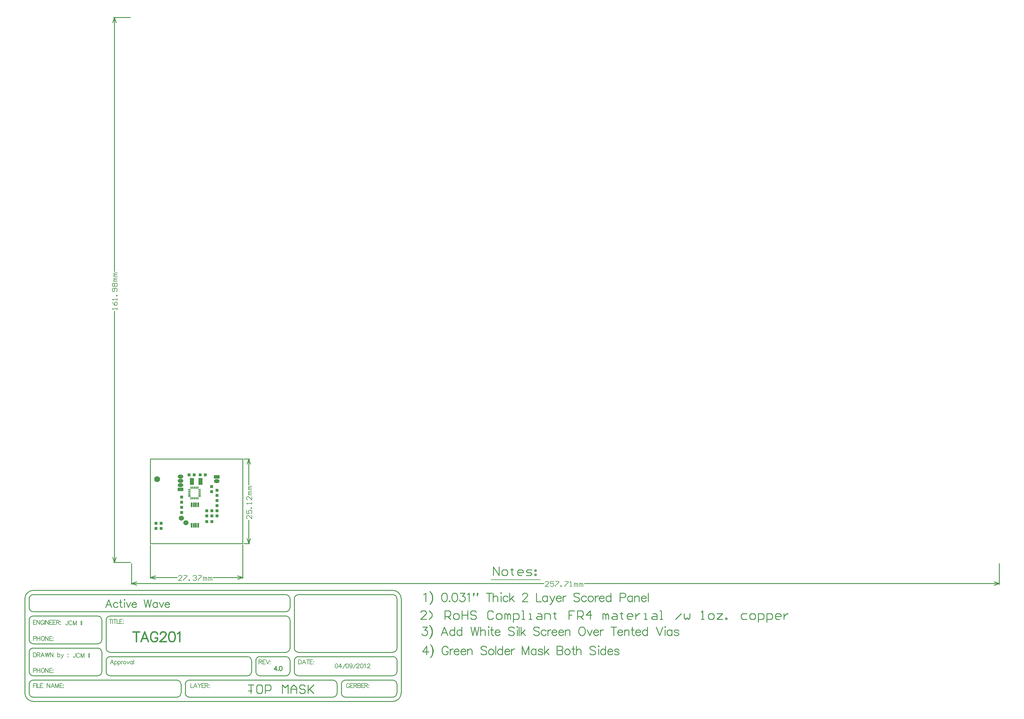
<source format=gts>
%FSLAX25Y25*%
%MOIN*%
G70*
G01*
G75*
G04 Layer_Color=8388736*
%ADD10R,0.03000X0.03000*%
%ADD11R,0.03000X0.03000*%
%ADD12R,0.01550X0.05000*%
%ADD13C,0.05000*%
%ADD14R,0.03937X0.07087*%
G04:AMPARAMS|DCode=15|XSize=25.59mil|YSize=9.84mil|CornerRadius=2.46mil|HoleSize=0mil|Usage=FLASHONLY|Rotation=0.000|XOffset=0mil|YOffset=0mil|HoleType=Round|Shape=RoundedRectangle|*
%AMROUNDEDRECTD15*
21,1,0.02559,0.00492,0,0,0.0*
21,1,0.02067,0.00984,0,0,0.0*
1,1,0.00492,0.01034,-0.00246*
1,1,0.00492,-0.01034,-0.00246*
1,1,0.00492,-0.01034,0.00246*
1,1,0.00492,0.01034,0.00246*
%
%ADD15ROUNDEDRECTD15*%
G04:AMPARAMS|DCode=16|XSize=25.59mil|YSize=9.84mil|CornerRadius=2.46mil|HoleSize=0mil|Usage=FLASHONLY|Rotation=90.000|XOffset=0mil|YOffset=0mil|HoleType=Round|Shape=RoundedRectangle|*
%AMROUNDEDRECTD16*
21,1,0.02559,0.00492,0,0,90.0*
21,1,0.02067,0.00984,0,0,90.0*
1,1,0.00492,0.00246,0.01034*
1,1,0.00492,0.00246,-0.01034*
1,1,0.00492,-0.00246,-0.01034*
1,1,0.00492,-0.00246,0.01034*
%
%ADD16ROUNDEDRECTD16*%
G04:AMPARAMS|DCode=17|XSize=25.59mil|YSize=9.84mil|CornerRadius=0mil|HoleSize=0mil|Usage=FLASHONLY|Rotation=90.000|XOffset=0mil|YOffset=0mil|HoleType=Round|Shape=Octagon|*
%AMOCTAGOND17*
4,1,8,0.00246,0.01280,-0.00246,0.01280,-0.00492,0.01034,-0.00492,-0.01034,-0.00246,-0.01280,0.00246,-0.01280,0.00492,-0.01034,0.00492,0.01034,0.00246,0.01280,0.0*
%
%ADD17OCTAGOND17*%

G04:AMPARAMS|DCode=18|XSize=25.59mil|YSize=9.84mil|CornerRadius=0mil|HoleSize=0mil|Usage=FLASHONLY|Rotation=180.000|XOffset=0mil|YOffset=0mil|HoleType=Round|Shape=Octagon|*
%AMOCTAGOND18*
4,1,8,-0.01280,0.00246,-0.01280,-0.00246,-0.01034,-0.00492,0.01034,-0.00492,0.01280,-0.00246,0.01280,0.00246,0.01034,0.00492,-0.01034,0.00492,-0.01280,0.00246,0.0*
%
%ADD18OCTAGOND18*%

%ADD19C,0.01200*%
%ADD20C,0.02000*%
%ADD21C,0.00800*%
%ADD22C,0.01000*%
%ADD23C,0.00600*%
%ADD24C,0.00900*%
%ADD25C,0.00500*%
%ADD26C,0.01500*%
%ADD27C,0.05200*%
%ADD28R,0.06200X0.04000*%
%ADD29O,0.06200X0.04000*%
%ADD30C,0.02600*%
%ADD31C,0.09200*%
%ADD32C,0.06000*%
%ADD33R,0.13000X0.15000*%
%ADD34C,0.00504*%
%ADD35C,0.07000*%
%ADD36R,0.03800X0.03800*%
%ADD37R,0.03800X0.03800*%
%ADD38R,0.01850X0.05300*%
%ADD39C,0.05800*%
%ADD40R,0.04737X0.07887*%
G04:AMPARAMS|DCode=41|XSize=29.59mil|YSize=13.84mil|CornerRadius=3.46mil|HoleSize=0mil|Usage=FLASHONLY|Rotation=0.000|XOffset=0mil|YOffset=0mil|HoleType=Round|Shape=RoundedRectangle|*
%AMROUNDEDRECTD41*
21,1,0.02959,0.00692,0,0,0.0*
21,1,0.02267,0.01384,0,0,0.0*
1,1,0.00692,0.01134,-0.00346*
1,1,0.00692,-0.01134,-0.00346*
1,1,0.00692,-0.01134,0.00346*
1,1,0.00692,0.01134,0.00346*
%
%ADD41ROUNDEDRECTD41*%
G04:AMPARAMS|DCode=42|XSize=29.59mil|YSize=13.84mil|CornerRadius=3.46mil|HoleSize=0mil|Usage=FLASHONLY|Rotation=90.000|XOffset=0mil|YOffset=0mil|HoleType=Round|Shape=RoundedRectangle|*
%AMROUNDEDRECTD42*
21,1,0.02959,0.00692,0,0,90.0*
21,1,0.02267,0.01384,0,0,90.0*
1,1,0.00692,0.00346,0.01134*
1,1,0.00692,0.00346,-0.01134*
1,1,0.00692,-0.00346,-0.01134*
1,1,0.00692,-0.00346,0.01134*
%
%ADD42ROUNDEDRECTD42*%
G04:AMPARAMS|DCode=43|XSize=29.59mil|YSize=13.84mil|CornerRadius=0mil|HoleSize=0mil|Usage=FLASHONLY|Rotation=90.000|XOffset=0mil|YOffset=0mil|HoleType=Round|Shape=Octagon|*
%AMOCTAGOND43*
4,1,8,0.00346,0.01480,-0.00346,0.01480,-0.00692,0.01134,-0.00692,-0.01134,-0.00346,-0.01480,0.00346,-0.01480,0.00692,-0.01134,0.00692,0.01134,0.00346,0.01480,0.0*
%
%ADD43OCTAGOND43*%

G04:AMPARAMS|DCode=44|XSize=29.59mil|YSize=13.84mil|CornerRadius=0mil|HoleSize=0mil|Usage=FLASHONLY|Rotation=180.000|XOffset=0mil|YOffset=0mil|HoleType=Round|Shape=Octagon|*
%AMOCTAGOND44*
4,1,8,-0.01480,0.00346,-0.01480,-0.00346,-0.01134,-0.00692,0.01134,-0.00692,0.01480,-0.00346,0.01480,0.00346,0.01134,0.00692,-0.01134,0.00692,-0.01480,0.00346,0.0*
%
%ADD44OCTAGOND44*%

%ADD45R,0.06600X0.04400*%
%ADD46O,0.06600X0.04400*%
D21*
X-96520Y-90501D02*
Y-94310D01*
X-96758Y-95024D01*
X-96996Y-95262D01*
X-97472Y-95500D01*
X-97948D01*
X-98424Y-95262D01*
X-98662Y-95024D01*
X-98900Y-94310D01*
Y-93834D01*
X-91663Y-91691D02*
X-91901Y-91215D01*
X-92378Y-90739D01*
X-92854Y-90501D01*
X-93806D01*
X-94282Y-90739D01*
X-94758Y-91215D01*
X-94996Y-91691D01*
X-95234Y-92405D01*
Y-93596D01*
X-94996Y-94310D01*
X-94758Y-94786D01*
X-94282Y-95262D01*
X-93806Y-95500D01*
X-92854D01*
X-92378Y-95262D01*
X-91901Y-94786D01*
X-91663Y-94310D01*
X-90259Y-90501D02*
Y-95500D01*
Y-90501D02*
X-88355Y-95500D01*
X-86450Y-90501D02*
X-88355Y-95500D01*
X-86450Y-90501D02*
Y-95500D01*
X-81094Y-90501D02*
Y-95500D01*
X-80047Y-90501D02*
Y-95500D01*
X-87520Y-128501D02*
Y-132310D01*
X-87758Y-133024D01*
X-87996Y-133262D01*
X-88472Y-133500D01*
X-88948D01*
X-89424Y-133262D01*
X-89662Y-133024D01*
X-89900Y-132310D01*
Y-131834D01*
X-82664Y-129691D02*
X-82902Y-129215D01*
X-83378Y-128739D01*
X-83854Y-128501D01*
X-84806D01*
X-85282Y-128739D01*
X-85758Y-129215D01*
X-85996Y-129691D01*
X-86234Y-130405D01*
Y-131596D01*
X-85996Y-132310D01*
X-85758Y-132786D01*
X-85282Y-133262D01*
X-84806Y-133500D01*
X-83854D01*
X-83378Y-133262D01*
X-82902Y-132786D01*
X-82664Y-132310D01*
X-81259Y-128501D02*
Y-133500D01*
Y-128501D02*
X-79355Y-133500D01*
X-77450Y-128501D02*
X-79355Y-133500D01*
X-77450Y-128501D02*
Y-133500D01*
X-72094Y-128501D02*
Y-133500D01*
X-71047Y-128501D02*
Y-133500D01*
X217303Y-140947D02*
X216589Y-141185D01*
X216113Y-141900D01*
X215875Y-143090D01*
Y-143804D01*
X216113Y-144994D01*
X216589Y-145708D01*
X217303Y-145946D01*
X217779D01*
X218493Y-145708D01*
X218969Y-144994D01*
X219207Y-143804D01*
Y-143090D01*
X218969Y-141900D01*
X218493Y-141185D01*
X217779Y-140947D01*
X217303D01*
X222707D02*
X220326Y-144280D01*
X223897D01*
X222707Y-140947D02*
Y-145946D01*
X224778Y-146660D02*
X228110Y-140947D01*
X229872D02*
X229157Y-141185D01*
X228681Y-141900D01*
X228443Y-143090D01*
Y-143804D01*
X228681Y-144994D01*
X229157Y-145708D01*
X229872Y-145946D01*
X230348D01*
X231062Y-145708D01*
X231538Y-144994D01*
X231776Y-143804D01*
Y-143090D01*
X231538Y-141900D01*
X231062Y-141185D01*
X230348Y-140947D01*
X229872D01*
X235989Y-142614D02*
X235751Y-143328D01*
X235275Y-143804D01*
X234561Y-144042D01*
X234323D01*
X233609Y-143804D01*
X233133Y-143328D01*
X232895Y-142614D01*
Y-142376D01*
X233133Y-141661D01*
X233609Y-141185D01*
X234323Y-140947D01*
X234561D01*
X235275Y-141185D01*
X235751Y-141661D01*
X235989Y-142614D01*
Y-143804D01*
X235751Y-144994D01*
X235275Y-145708D01*
X234561Y-145946D01*
X234085D01*
X233371Y-145708D01*
X233133Y-145232D01*
X237346Y-146660D02*
X240679Y-140947D01*
X241250Y-142138D02*
Y-141900D01*
X241488Y-141423D01*
X241726Y-141185D01*
X242202Y-140947D01*
X243155D01*
X243631Y-141185D01*
X243869Y-141423D01*
X244107Y-141900D01*
Y-142376D01*
X243869Y-142852D01*
X243392Y-143566D01*
X241012Y-145946D01*
X244345D01*
X246892Y-140947D02*
X246178Y-141185D01*
X245702Y-141900D01*
X245463Y-143090D01*
Y-143804D01*
X245702Y-144994D01*
X246178Y-145708D01*
X246892Y-145946D01*
X247368D01*
X248082Y-145708D01*
X248558Y-144994D01*
X248796Y-143804D01*
Y-143090D01*
X248558Y-141900D01*
X248082Y-141185D01*
X247368Y-140947D01*
X246892D01*
X249915Y-141900D02*
X250391Y-141661D01*
X251105Y-140947D01*
Y-145946D01*
X253819Y-142138D02*
Y-141900D01*
X254057Y-141423D01*
X254295Y-141185D01*
X254771Y-140947D01*
X255723D01*
X256199Y-141185D01*
X256437Y-141423D01*
X256675Y-141900D01*
Y-142376D01*
X256437Y-142852D01*
X255961Y-143566D01*
X253581Y-145946D01*
X256913D01*
X398372Y-42569D02*
X455872D01*
D22*
X114200Y-165503D02*
X120864D01*
X117532D01*
Y-175500D01*
X129195Y-165503D02*
X125863D01*
X124197Y-167169D01*
Y-173834D01*
X125863Y-175500D01*
X129195D01*
X130861Y-173834D01*
Y-167169D01*
X129195Y-165503D01*
X134194Y-175500D02*
Y-165503D01*
X139192D01*
X140858Y-167169D01*
Y-170502D01*
X139192Y-172168D01*
X134194D01*
X154187Y-175500D02*
Y-165503D01*
X157519Y-168835D01*
X160852Y-165503D01*
Y-175500D01*
X164184D02*
Y-168835D01*
X167516Y-165503D01*
X170848Y-168835D01*
Y-175500D01*
Y-170502D01*
X164184D01*
X180845Y-167169D02*
X179179Y-165503D01*
X175847D01*
X174181Y-167169D01*
Y-168835D01*
X175847Y-170502D01*
X179179D01*
X180845Y-172168D01*
Y-173834D01*
X179179Y-175500D01*
X175847D01*
X174181Y-173834D01*
X184177Y-165503D02*
Y-175500D01*
Y-172168D01*
X190842Y-165503D01*
X185844Y-170502D01*
X190842Y-175500D01*
X107753Y-40800D02*
Y-1600D01*
X0Y-40800D02*
Y-1600D01*
X73370Y-39800D02*
X107753D01*
X0D02*
X31183D01*
X101753Y-37800D02*
X107753Y-39800D01*
X101753Y-41800D02*
X107753Y-39800D01*
X0D02*
X6000Y-41800D01*
X0Y-39800D02*
X6000Y-37800D01*
X109253Y98803D02*
X115900D01*
X109253Y-100D02*
X115900D01*
X114900Y68345D02*
Y98803D01*
Y-100D02*
Y27158D01*
X112900Y92803D02*
X114900Y98803D01*
X116900Y92803D01*
X114900Y-100D02*
X116900Y5900D01*
X112900D02*
X114900Y-100D01*
X992400Y-47900D02*
Y-23550D01*
X-22200Y-47900D02*
Y-23550D01*
X507093Y-46900D02*
X992400D01*
X-22200D02*
X459907D01*
X986400Y-44900D02*
X992400Y-46900D01*
X986400Y-48900D02*
X992400Y-46900D01*
X-22200D02*
X-16200Y-48900D01*
X-22200Y-46900D02*
X-16200Y-44900D01*
X-43200Y615433D02*
X-23403D01*
X-43200Y-22300D02*
X-23450D01*
X-42200Y318059D02*
Y615433D01*
Y-22300D02*
Y271873D01*
X-44200Y609433D02*
X-42200Y615433D01*
X-40200Y609433D01*
X-42200Y-22300D02*
X-40200Y-16300D01*
X-44200D02*
X-42200Y-22300D01*
X0Y-100D02*
X107753D01*
X0Y-100D02*
Y98800D01*
X114695Y-172498D02*
X118632D01*
X107753Y-100D02*
Y98803D01*
X0D02*
X107753D01*
X283240Y-185014D02*
G03*
X293240Y-175014I0J10000D01*
G01*
X283240Y-180014D02*
G03*
X288240Y-175014I0J5000D01*
G01*
X35740Y-165014D02*
G03*
X30740Y-160014I-5000J0D01*
G01*
X30856Y-180014D02*
G03*
X35738Y-175047I84J4800D01*
G01*
X45740Y-160014D02*
G03*
X40740Y-165014I0J-5000D01*
G01*
Y-175014D02*
G03*
X45652Y-180013I5000J0D01*
G01*
X218240Y-165014D02*
G03*
X213240Y-160014I-5000J0D01*
G01*
X213356Y-180014D02*
G03*
X218238Y-175047I84J4800D01*
G01*
X223240Y-175114D02*
G03*
X228225Y-180013I4900J0D01*
G01*
X228240Y-160014D02*
G03*
X223240Y-165014I0J-5000D01*
G01*
X-56760Y-89914D02*
G03*
X-61660Y-85014I-4900J0D01*
G01*
X-61560Y-117514D02*
G03*
X-56760Y-112714I0J4800D01*
G01*
Y-127414D02*
G03*
X-61831Y-122517I-4900J0D01*
G01*
X-51760Y-122614D02*
G03*
X-46860Y-127514I4900J0D01*
G01*
X-51760Y-150114D02*
G03*
X-46860Y-155014I4900J0D01*
G01*
X-61660D02*
G03*
X-56760Y-150114I0J4900D01*
G01*
X118240Y-137414D02*
G03*
X113340Y-132514I-4900J0D01*
G01*
Y-155014D02*
G03*
X118239Y-150029I0J4900D01*
G01*
X123240Y-149914D02*
G03*
X128251Y-155013I5100J0D01*
G01*
X128040Y-132514D02*
G03*
X123246Y-137565I0J-4800D01*
G01*
X-46760Y-132514D02*
G03*
X-51760Y-137514I0J-5000D01*
G01*
X-46760Y-85014D02*
G03*
X-51760Y-90014I0J-5000D01*
G01*
X-141760Y-150014D02*
G03*
X-136848Y-155013I5000J0D01*
G01*
X-136760Y-122514D02*
G03*
X-141760Y-127514I0J-5000D01*
G01*
Y-112514D02*
G03*
X-136760Y-117514I5000J0D01*
G01*
Y-85014D02*
G03*
X-141760Y-90014I0J-5000D01*
G01*
Y-75014D02*
G03*
X-136760Y-80014I5000J0D01*
G01*
Y-60014D02*
G03*
X-141760Y-65014I0J-5000D01*
G01*
X163240Y-65014D02*
G03*
X158240Y-60014I-5000J0D01*
G01*
X173240Y-60014D02*
G03*
X168240Y-65014I0J-5000D01*
G01*
X158240Y-80014D02*
G03*
X163240Y-75014I0J5000D01*
G01*
Y-90014D02*
G03*
X158240Y-85014I-5000J0D01*
G01*
X-136760Y-160014D02*
G03*
X-141760Y-165014I0J-5000D01*
G01*
X158327Y-127514D02*
G03*
X163241Y-122514I-87J5000D01*
G01*
X-141760Y-175014D02*
G03*
X-136848Y-180013I5000J0D01*
G01*
X163240Y-137414D02*
G03*
X158340Y-132514I-4900J0D01*
G01*
X168240Y-150114D02*
G03*
X173225Y-155013I4900J0D01*
G01*
X158240Y-155014D02*
G03*
X163240Y-150014I0J5000D01*
G01*
X288240Y-164927D02*
G03*
X283240Y-160013I-5000J-87D01*
G01*
X283306Y-154940D02*
G03*
X288306Y-149940I0J5000D01*
G01*
X288238Y-64857D02*
G03*
X283167Y-59960I-4900J0D01*
G01*
X293238Y-64957D02*
G03*
X283238Y-54957I-10000J0D01*
G01*
X-146760Y-174914D02*
G03*
X-136837Y-185012I10100J0D01*
G01*
X-136760Y-55014D02*
G03*
X-146760Y-65014I0J-10000D01*
G01*
X168240Y-122514D02*
G03*
X173240Y-127514I5000J0D01*
G01*
X283306Y-127440D02*
G03*
X288306Y-122440I0J5000D01*
G01*
X173240Y-132514D02*
G03*
X168240Y-137514I0J-5000D01*
G01*
X288306Y-137340D02*
G03*
X283406Y-132440I-4900J0D01*
G01*
X288240Y-175014D02*
Y-165014D01*
X-136760Y-55014D02*
X283240D01*
X288306Y-149940D02*
Y-137340D01*
X168240Y-150014D02*
Y-137514D01*
X288240Y-122514D02*
Y-65014D01*
X168240Y-122514D02*
Y-65014D01*
X-146760Y-175014D02*
Y-65014D01*
X-141760Y-175014D02*
Y-165014D01*
X163240Y-150014D02*
Y-137514D01*
X123240Y-150014D02*
Y-137514D01*
X-51760Y-150014D02*
Y-137514D01*
X118240Y-150014D02*
Y-137514D01*
X-51760Y-122514D02*
Y-90014D01*
X163240Y-122514D02*
Y-90014D01*
Y-75014D02*
Y-65014D01*
X-141760Y-75014D02*
Y-65014D01*
X-56760Y-112514D02*
Y-90014D01*
X-141760Y-112514D02*
Y-90014D01*
X-56760Y-150014D02*
Y-127514D01*
X-141760Y-150014D02*
Y-127514D01*
X293240Y-175014D02*
Y-65014D01*
X223240Y-175014D02*
Y-165014D01*
X218240Y-175014D02*
Y-165014D01*
X40740Y-175014D02*
Y-165014D01*
X35740Y-175014D02*
Y-165014D01*
X173240Y-132514D02*
X283240D01*
X173240Y-127514D02*
X283240D01*
X-46760D02*
X158240D01*
X173240Y-60014D02*
X283240D01*
X173240Y-155014D02*
X283240D01*
X128240Y-132514D02*
X158240D01*
X128240Y-155014D02*
X158240D01*
X-46760D02*
X113240D01*
X-46760Y-132514D02*
X113240D01*
X-46760Y-85014D02*
X158240D01*
X-136760Y-80014D02*
X158240D01*
X-136760Y-85014D02*
X-61760D01*
X-136760Y-117514D02*
X-61760D01*
X-136760Y-122514D02*
X-61760D01*
X-136760Y-155014D02*
X-61760D01*
X-136760Y-185014D02*
X283240D01*
X-136760Y-60014D02*
X158240D01*
X228240Y-160014D02*
X283240D01*
X228240Y-180014D02*
X283240D01*
X45740Y-160014D02*
X213240D01*
X-136760D02*
X30740D01*
X-136760Y-180014D02*
X30740D01*
X45740Y-180014D02*
X213240D01*
X322463Y-88942D02*
X315798D01*
X322463Y-82278D01*
Y-80612D01*
X320797Y-78946D01*
X317465D01*
X315798Y-80612D01*
X325795Y-88942D02*
X329128Y-85610D01*
Y-82278D01*
X325795Y-78946D01*
X344123Y-88942D02*
Y-78946D01*
X349121D01*
X350787Y-80612D01*
Y-83944D01*
X349121Y-85610D01*
X344123D01*
X347455D02*
X350787Y-88942D01*
X355785D02*
X359118D01*
X360784Y-87276D01*
Y-83944D01*
X359118Y-82278D01*
X355785D01*
X354119Y-83944D01*
Y-87276D01*
X355785Y-88942D01*
X364116Y-78946D02*
Y-88942D01*
Y-83944D01*
X370781D01*
Y-78946D01*
Y-88942D01*
X380777Y-80612D02*
X379111Y-78946D01*
X375779D01*
X374113Y-80612D01*
Y-82278D01*
X375779Y-83944D01*
X379111D01*
X380777Y-85610D01*
Y-87276D01*
X379111Y-88942D01*
X375779D01*
X374113Y-87276D01*
X400771Y-80612D02*
X399105Y-78946D01*
X395773D01*
X394107Y-80612D01*
Y-87276D01*
X395773Y-88942D01*
X399105D01*
X400771Y-87276D01*
X405769Y-88942D02*
X409102D01*
X410768Y-87276D01*
Y-83944D01*
X409102Y-82278D01*
X405769D01*
X404103Y-83944D01*
Y-87276D01*
X405769Y-88942D01*
X414100D02*
Y-82278D01*
X415766D01*
X417432Y-83944D01*
Y-88942D01*
Y-83944D01*
X419098Y-82278D01*
X420764Y-83944D01*
Y-88942D01*
X424097Y-92275D02*
Y-82278D01*
X429095D01*
X430761Y-83944D01*
Y-87276D01*
X429095Y-88942D01*
X424097D01*
X434094D02*
X437426D01*
X435760D01*
Y-78946D01*
X434094D01*
X442424Y-88942D02*
X445756D01*
X444090D01*
Y-82278D01*
X442424D01*
X452421D02*
X455753D01*
X457419Y-83944D01*
Y-88942D01*
X452421D01*
X450755Y-87276D01*
X452421Y-85610D01*
X457419D01*
X460752Y-88942D02*
Y-82278D01*
X465750D01*
X467416Y-83944D01*
Y-88942D01*
X472414Y-80612D02*
Y-82278D01*
X470748D01*
X474081D01*
X472414D01*
Y-87276D01*
X474081Y-88942D01*
X495740Y-78946D02*
X489076D01*
Y-83944D01*
X492408D01*
X489076D01*
Y-88942D01*
X499073D02*
Y-78946D01*
X504071D01*
X505737Y-80612D01*
Y-83944D01*
X504071Y-85610D01*
X499073D01*
X502405D02*
X505737Y-88942D01*
X514068D02*
Y-78946D01*
X509069Y-83944D01*
X515734D01*
X529063Y-88942D02*
Y-82278D01*
X530729D01*
X532395Y-83944D01*
Y-88942D01*
Y-83944D01*
X534061Y-82278D01*
X535727Y-83944D01*
Y-88942D01*
X540726Y-82278D02*
X544058D01*
X545724Y-83944D01*
Y-88942D01*
X540726D01*
X539060Y-87276D01*
X540726Y-85610D01*
X545724D01*
X550723Y-80612D02*
Y-82278D01*
X549056D01*
X552389D01*
X550723D01*
Y-87276D01*
X552389Y-88942D01*
X562385D02*
X559053D01*
X557387Y-87276D01*
Y-83944D01*
X559053Y-82278D01*
X562385D01*
X564051Y-83944D01*
Y-85610D01*
X557387D01*
X567384Y-82278D02*
Y-88942D01*
Y-85610D01*
X569050Y-83944D01*
X570716Y-82278D01*
X572382D01*
X577381Y-88942D02*
X580713D01*
X579047D01*
Y-82278D01*
X577381D01*
X587377D02*
X590710D01*
X592376Y-83944D01*
Y-88942D01*
X587377D01*
X585711Y-87276D01*
X587377Y-85610D01*
X592376D01*
X595708Y-88942D02*
X599040D01*
X597374D01*
Y-78946D01*
X595708D01*
X614035Y-88942D02*
X620700Y-82278D01*
X624032D02*
Y-87276D01*
X625698Y-88942D01*
X627364Y-87276D01*
X629031Y-88942D01*
X630697Y-87276D01*
Y-82278D01*
X644026Y-88942D02*
X647358D01*
X645692D01*
Y-78946D01*
X644026Y-80612D01*
X654023Y-88942D02*
X657355D01*
X659021Y-87276D01*
Y-83944D01*
X657355Y-82278D01*
X654023D01*
X652356Y-83944D01*
Y-87276D01*
X654023Y-88942D01*
X662353Y-82278D02*
X669018D01*
X662353Y-88942D01*
X669018D01*
X672350D02*
Y-87276D01*
X674016D01*
Y-88942D01*
X672350D01*
X697342Y-82278D02*
X692343D01*
X690677Y-83944D01*
Y-87276D01*
X692343Y-88942D01*
X697342D01*
X702340D02*
X705672D01*
X707339Y-87276D01*
Y-83944D01*
X705672Y-82278D01*
X702340D01*
X700674Y-83944D01*
Y-87276D01*
X702340Y-88942D01*
X710671Y-92275D02*
Y-82278D01*
X715669D01*
X717335Y-83944D01*
Y-87276D01*
X715669Y-88942D01*
X710671D01*
X720668Y-92275D02*
Y-82278D01*
X725666D01*
X727332Y-83944D01*
Y-87276D01*
X725666Y-88942D01*
X720668D01*
X735663D02*
X732331D01*
X730664Y-87276D01*
Y-83944D01*
X732331Y-82278D01*
X735663D01*
X737329Y-83944D01*
Y-85610D01*
X730664D01*
X740661Y-82278D02*
Y-88942D01*
Y-85610D01*
X742327Y-83944D01*
X743993Y-82278D01*
X745659D01*
X318352Y-97802D02*
X323589D01*
X320733Y-101611D01*
X322161D01*
X323113Y-102087D01*
X323589Y-102563D01*
X324065Y-103991D01*
Y-104944D01*
X323589Y-106372D01*
X322637Y-107324D01*
X321209Y-107800D01*
X319780D01*
X318352Y-107324D01*
X317876Y-106848D01*
X317400Y-105896D01*
X326303Y-95898D02*
X327255Y-96850D01*
X328207Y-98278D01*
X329159Y-100183D01*
X329636Y-102563D01*
Y-104467D01*
X329159Y-106848D01*
X328207Y-108752D01*
X327255Y-110180D01*
X326303Y-111133D01*
X327255Y-96850D02*
X328207Y-98754D01*
X328683Y-100183D01*
X329159Y-102563D01*
Y-104467D01*
X328683Y-106848D01*
X328207Y-108276D01*
X327255Y-110180D01*
X347536Y-107800D02*
X343728Y-97802D01*
X339919Y-107800D01*
X341347Y-104467D02*
X346108D01*
X355582Y-97802D02*
Y-107800D01*
Y-102563D02*
X354630Y-101611D01*
X353678Y-101135D01*
X352250D01*
X351297Y-101611D01*
X350345Y-102563D01*
X349869Y-103991D01*
Y-104944D01*
X350345Y-106372D01*
X351297Y-107324D01*
X352250Y-107800D01*
X353678D01*
X354630Y-107324D01*
X355582Y-106372D01*
X363962Y-97802D02*
Y-107800D01*
Y-102563D02*
X363009Y-101611D01*
X362057Y-101135D01*
X360629D01*
X359677Y-101611D01*
X358724Y-102563D01*
X358248Y-103991D01*
Y-104944D01*
X358724Y-106372D01*
X359677Y-107324D01*
X360629Y-107800D01*
X362057D01*
X363009Y-107324D01*
X363962Y-106372D01*
X374483Y-97802D02*
X376864Y-107800D01*
X379244Y-97802D02*
X376864Y-107800D01*
X379244Y-97802D02*
X381624Y-107800D01*
X384005Y-97802D02*
X381624Y-107800D01*
X386004Y-97802D02*
Y-107800D01*
Y-103039D02*
X387433Y-101611D01*
X388385Y-101135D01*
X389813D01*
X390765Y-101611D01*
X391241Y-103039D01*
Y-107800D01*
X394812Y-97802D02*
X395288Y-98278D01*
X395764Y-97802D01*
X395288Y-97326D01*
X394812Y-97802D01*
X395288Y-101135D02*
Y-107800D01*
X398954Y-97802D02*
Y-105896D01*
X399430Y-107324D01*
X400382Y-107800D01*
X401334D01*
X397526Y-101135D02*
X400858D01*
X402763Y-103991D02*
X408476D01*
Y-103039D01*
X408000Y-102087D01*
X407523Y-101611D01*
X406571Y-101135D01*
X405143D01*
X404191Y-101611D01*
X403239Y-102563D01*
X402763Y-103991D01*
Y-104944D01*
X403239Y-106372D01*
X404191Y-107324D01*
X405143Y-107800D01*
X406571D01*
X407523Y-107324D01*
X408476Y-106372D01*
X425139Y-99230D02*
X424187Y-98278D01*
X422758Y-97802D01*
X420854D01*
X419426Y-98278D01*
X418474Y-99230D01*
Y-100183D01*
X418950Y-101135D01*
X419426Y-101611D01*
X420378Y-102087D01*
X423235Y-103039D01*
X424187Y-103515D01*
X424663Y-103991D01*
X425139Y-104944D01*
Y-106372D01*
X424187Y-107324D01*
X422758Y-107800D01*
X420854D01*
X419426Y-107324D01*
X418474Y-106372D01*
X428329Y-97802D02*
X428805Y-98278D01*
X429281Y-97802D01*
X428805Y-97326D01*
X428329Y-97802D01*
X428805Y-101135D02*
Y-107800D01*
X431042Y-97802D02*
Y-107800D01*
X433137Y-97802D02*
Y-107800D01*
X437898Y-101135D02*
X433137Y-105896D01*
X435041Y-103991D02*
X438374Y-107800D01*
X454466Y-99230D02*
X453514Y-98278D01*
X452085Y-97802D01*
X450181D01*
X448753Y-98278D01*
X447801Y-99230D01*
Y-100183D01*
X448277Y-101135D01*
X448753Y-101611D01*
X449705Y-102087D01*
X452562Y-103039D01*
X453514Y-103515D01*
X453990Y-103991D01*
X454466Y-104944D01*
Y-106372D01*
X453514Y-107324D01*
X452085Y-107800D01*
X450181D01*
X448753Y-107324D01*
X447801Y-106372D01*
X462417Y-102563D02*
X461464Y-101611D01*
X460512Y-101135D01*
X459084D01*
X458132Y-101611D01*
X457180Y-102563D01*
X456704Y-103991D01*
Y-104944D01*
X457180Y-106372D01*
X458132Y-107324D01*
X459084Y-107800D01*
X460512D01*
X461464Y-107324D01*
X462417Y-106372D01*
X464559Y-101135D02*
Y-107800D01*
Y-103991D02*
X465035Y-102563D01*
X465987Y-101611D01*
X466939Y-101135D01*
X468368D01*
X469272Y-103991D02*
X474985D01*
Y-103039D01*
X474509Y-102087D01*
X474033Y-101611D01*
X473081Y-101135D01*
X471653D01*
X470701Y-101611D01*
X469748Y-102563D01*
X469272Y-103991D01*
Y-104944D01*
X469748Y-106372D01*
X470701Y-107324D01*
X471653Y-107800D01*
X473081D01*
X474033Y-107324D01*
X474985Y-106372D01*
X477128Y-103991D02*
X482841D01*
Y-103039D01*
X482365Y-102087D01*
X481889Y-101611D01*
X480936Y-101135D01*
X479508D01*
X478556Y-101611D01*
X477604Y-102563D01*
X477128Y-103991D01*
Y-104944D01*
X477604Y-106372D01*
X478556Y-107324D01*
X479508Y-107800D01*
X480936D01*
X481889Y-107324D01*
X482841Y-106372D01*
X484983Y-101135D02*
Y-107800D01*
Y-103039D02*
X486411Y-101611D01*
X487364Y-101135D01*
X488792D01*
X489744Y-101611D01*
X490220Y-103039D01*
Y-107800D01*
X503551Y-97802D02*
X502598Y-98278D01*
X501646Y-99230D01*
X501170Y-100183D01*
X500694Y-101611D01*
Y-103991D01*
X501170Y-105420D01*
X501646Y-106372D01*
X502598Y-107324D01*
X503551Y-107800D01*
X505455D01*
X506407Y-107324D01*
X507359Y-106372D01*
X507835Y-105420D01*
X508312Y-103991D01*
Y-101611D01*
X507835Y-100183D01*
X507359Y-99230D01*
X506407Y-98278D01*
X505455Y-97802D01*
X503551D01*
X510644Y-101135D02*
X513501Y-107800D01*
X516357Y-101135D02*
X513501Y-107800D01*
X517976Y-103991D02*
X523689D01*
Y-103039D01*
X523213Y-102087D01*
X522737Y-101611D01*
X521785Y-101135D01*
X520357D01*
X519404Y-101611D01*
X518452Y-102563D01*
X517976Y-103991D01*
Y-104944D01*
X518452Y-106372D01*
X519404Y-107324D01*
X520357Y-107800D01*
X521785D01*
X522737Y-107324D01*
X523689Y-106372D01*
X525832Y-101135D02*
Y-107800D01*
Y-103991D02*
X526308Y-102563D01*
X527260Y-101611D01*
X528212Y-101135D01*
X529640D01*
X541733Y-97802D02*
Y-107800D01*
X538400Y-97802D02*
X545065D01*
X546256Y-103991D02*
X551969D01*
Y-103039D01*
X551493Y-102087D01*
X551017Y-101611D01*
X550064Y-101135D01*
X548636D01*
X547684Y-101611D01*
X546732Y-102563D01*
X546256Y-103991D01*
Y-104944D01*
X546732Y-106372D01*
X547684Y-107324D01*
X548636Y-107800D01*
X550064D01*
X551017Y-107324D01*
X551969Y-106372D01*
X554111Y-101135D02*
Y-107800D01*
Y-103039D02*
X555540Y-101611D01*
X556492Y-101135D01*
X557920D01*
X558872Y-101611D01*
X559348Y-103039D01*
Y-107800D01*
X563395Y-97802D02*
Y-105896D01*
X563871Y-107324D01*
X564823Y-107800D01*
X565775D01*
X561967Y-101135D02*
X565299D01*
X567204Y-103991D02*
X572917D01*
Y-103039D01*
X572441Y-102087D01*
X571965Y-101611D01*
X571012Y-101135D01*
X569584D01*
X568632Y-101611D01*
X567680Y-102563D01*
X567204Y-103991D01*
Y-104944D01*
X567680Y-106372D01*
X568632Y-107324D01*
X569584Y-107800D01*
X571012D01*
X571965Y-107324D01*
X572917Y-106372D01*
X580772Y-97802D02*
Y-107800D01*
Y-102563D02*
X579820Y-101611D01*
X578868Y-101135D01*
X577439D01*
X576487Y-101611D01*
X575535Y-102563D01*
X575059Y-103991D01*
Y-104944D01*
X575535Y-106372D01*
X576487Y-107324D01*
X577439Y-107800D01*
X578868D01*
X579820Y-107324D01*
X580772Y-106372D01*
X591294Y-97802D02*
X595102Y-107800D01*
X598911Y-97802D02*
X595102Y-107800D01*
X601149Y-97802D02*
X601625Y-98278D01*
X602101Y-97802D01*
X601625Y-97326D01*
X601149Y-97802D01*
X601625Y-101135D02*
Y-107800D01*
X609576Y-101135D02*
Y-107800D01*
Y-102563D02*
X608623Y-101611D01*
X607671Y-101135D01*
X606243D01*
X605291Y-101611D01*
X604339Y-102563D01*
X603862Y-103991D01*
Y-104944D01*
X604339Y-106372D01*
X605291Y-107324D01*
X606243Y-107800D01*
X607671D01*
X608623Y-107324D01*
X609576Y-106372D01*
X617479Y-102563D02*
X617002Y-101611D01*
X615574Y-101135D01*
X614146D01*
X612718Y-101611D01*
X612242Y-102563D01*
X612718Y-103515D01*
X613670Y-103991D01*
X616050Y-104467D01*
X617002Y-104944D01*
X617479Y-105896D01*
Y-106372D01*
X617002Y-107324D01*
X615574Y-107800D01*
X614146D01*
X612718Y-107324D01*
X612242Y-106372D01*
X319372Y-60042D02*
X320324Y-59566D01*
X321753Y-58138D01*
Y-68135D01*
X326704Y-56233D02*
X327656Y-57185D01*
X328608Y-58614D01*
X329560Y-60518D01*
X330037Y-62898D01*
Y-64803D01*
X329560Y-67183D01*
X328608Y-69087D01*
X327656Y-70516D01*
X326704Y-71468D01*
X327656Y-57185D02*
X328608Y-59090D01*
X329084Y-60518D01*
X329560Y-62898D01*
Y-64803D01*
X329084Y-67183D01*
X328608Y-68611D01*
X327656Y-70516D01*
X343177Y-58138D02*
X341748Y-58614D01*
X340796Y-60042D01*
X340320Y-62422D01*
Y-63850D01*
X340796Y-66231D01*
X341748Y-67659D01*
X343177Y-68135D01*
X344129D01*
X345557Y-67659D01*
X346509Y-66231D01*
X346985Y-63850D01*
Y-62422D01*
X346509Y-60042D01*
X345557Y-58614D01*
X344129Y-58138D01*
X343177D01*
X349699Y-67183D02*
X349223Y-67659D01*
X349699Y-68135D01*
X350175Y-67659D01*
X349699Y-67183D01*
X355222Y-58138D02*
X353793Y-58614D01*
X352841Y-60042D01*
X352365Y-62422D01*
Y-63850D01*
X352841Y-66231D01*
X353793Y-67659D01*
X355222Y-68135D01*
X356174D01*
X357602Y-67659D01*
X358554Y-66231D01*
X359030Y-63850D01*
Y-62422D01*
X358554Y-60042D01*
X357602Y-58614D01*
X356174Y-58138D01*
X355222D01*
X362220D02*
X367457D01*
X364601Y-61946D01*
X366029D01*
X366981Y-62422D01*
X367457Y-62898D01*
X367933Y-64327D01*
Y-65279D01*
X367457Y-66707D01*
X366505Y-67659D01*
X365077Y-68135D01*
X363648D01*
X362220Y-67659D01*
X361744Y-67183D01*
X361268Y-66231D01*
X370171Y-60042D02*
X371123Y-59566D01*
X372551Y-58138D01*
Y-68135D01*
X377979Y-58138D02*
X377503Y-58614D01*
Y-61470D01*
X377979Y-58614D02*
X377503Y-61470D01*
X377979Y-58138D02*
X378455Y-58614D01*
X377503Y-61470D01*
X382263Y-58138D02*
X381787Y-58614D01*
Y-61470D01*
X382263Y-58614D02*
X381787Y-61470D01*
X382263Y-58138D02*
X382740Y-58614D01*
X381787Y-61470D01*
X396022Y-58138D02*
Y-68135D01*
X392690Y-58138D02*
X399355D01*
X400545D02*
Y-68135D01*
Y-63374D02*
X401973Y-61946D01*
X402926Y-61470D01*
X404354D01*
X405306Y-61946D01*
X405782Y-63374D01*
Y-68135D01*
X409353Y-58138D02*
X409829Y-58614D01*
X410305Y-58138D01*
X409829Y-57661D01*
X409353Y-58138D01*
X409829Y-61470D02*
Y-68135D01*
X417780Y-62898D02*
X416827Y-61946D01*
X415875Y-61470D01*
X414447D01*
X413495Y-61946D01*
X412543Y-62898D01*
X412067Y-64327D01*
Y-65279D01*
X412543Y-66707D01*
X413495Y-67659D01*
X414447Y-68135D01*
X415875D01*
X416827Y-67659D01*
X417780Y-66707D01*
X419922Y-58138D02*
Y-68135D01*
X424683Y-61470D02*
X419922Y-66231D01*
X421826Y-64327D02*
X425159Y-68135D01*
X435062Y-60518D02*
Y-60042D01*
X435538Y-59090D01*
X436014Y-58614D01*
X436966Y-58138D01*
X438870D01*
X439823Y-58614D01*
X440299Y-59090D01*
X440775Y-60042D01*
Y-60994D01*
X440299Y-61946D01*
X439347Y-63374D01*
X434586Y-68135D01*
X441251D01*
X451344Y-58138D02*
Y-68135D01*
X457057D01*
X463865Y-61470D02*
Y-68135D01*
Y-62898D02*
X462913Y-61946D01*
X461961Y-61470D01*
X460532D01*
X459580Y-61946D01*
X458628Y-62898D01*
X458152Y-64327D01*
Y-65279D01*
X458628Y-66707D01*
X459580Y-67659D01*
X460532Y-68135D01*
X461961D01*
X462913Y-67659D01*
X463865Y-66707D01*
X467007Y-61470D02*
X469864Y-68135D01*
X472720Y-61470D02*
X469864Y-68135D01*
X468912Y-70040D01*
X467959Y-70992D01*
X467007Y-71468D01*
X466531D01*
X474387Y-64327D02*
X480100D01*
Y-63374D01*
X479624Y-62422D01*
X479147Y-61946D01*
X478195Y-61470D01*
X476767D01*
X475815Y-61946D01*
X474863Y-62898D01*
X474387Y-64327D01*
Y-65279D01*
X474863Y-66707D01*
X475815Y-67659D01*
X476767Y-68135D01*
X478195D01*
X479147Y-67659D01*
X480100Y-66707D01*
X482242Y-61470D02*
Y-68135D01*
Y-64327D02*
X482718Y-62898D01*
X483670Y-61946D01*
X484622Y-61470D01*
X486051D01*
X501476Y-59566D02*
X500524Y-58614D01*
X499096Y-58138D01*
X497191D01*
X495763Y-58614D01*
X494811Y-59566D01*
Y-60518D01*
X495287Y-61470D01*
X495763Y-61946D01*
X496715Y-62422D01*
X499572Y-63374D01*
X500524Y-63850D01*
X501000Y-64327D01*
X501476Y-65279D01*
Y-66707D01*
X500524Y-67659D01*
X499096Y-68135D01*
X497191D01*
X495763Y-67659D01*
X494811Y-66707D01*
X509427Y-62898D02*
X508474Y-61946D01*
X507522Y-61470D01*
X506094D01*
X505142Y-61946D01*
X504190Y-62898D01*
X503714Y-64327D01*
Y-65279D01*
X504190Y-66707D01*
X505142Y-67659D01*
X506094Y-68135D01*
X507522D01*
X508474Y-67659D01*
X509427Y-66707D01*
X513949Y-61470D02*
X512997Y-61946D01*
X512045Y-62898D01*
X511569Y-64327D01*
Y-65279D01*
X512045Y-66707D01*
X512997Y-67659D01*
X513949Y-68135D01*
X515378D01*
X516330Y-67659D01*
X517282Y-66707D01*
X517758Y-65279D01*
Y-64327D01*
X517282Y-62898D01*
X516330Y-61946D01*
X515378Y-61470D01*
X513949D01*
X519948D02*
Y-68135D01*
Y-64327D02*
X520424Y-62898D01*
X521377Y-61946D01*
X522329Y-61470D01*
X523757D01*
X524661Y-64327D02*
X530375D01*
Y-63374D01*
X529899Y-62422D01*
X529422Y-61946D01*
X528470Y-61470D01*
X527042D01*
X526090Y-61946D01*
X525138Y-62898D01*
X524661Y-64327D01*
Y-65279D01*
X525138Y-66707D01*
X526090Y-67659D01*
X527042Y-68135D01*
X528470D01*
X529422Y-67659D01*
X530375Y-66707D01*
X538230Y-58138D02*
Y-68135D01*
Y-62898D02*
X537278Y-61946D01*
X536326Y-61470D01*
X534898D01*
X533945Y-61946D01*
X532993Y-62898D01*
X532517Y-64327D01*
Y-65279D01*
X532993Y-66707D01*
X533945Y-67659D01*
X534898Y-68135D01*
X536326D01*
X537278Y-67659D01*
X538230Y-66707D01*
X548752Y-63374D02*
X553036D01*
X554465Y-62898D01*
X554941Y-62422D01*
X555417Y-61470D01*
Y-60042D01*
X554941Y-59090D01*
X554465Y-58614D01*
X553036Y-58138D01*
X548752D01*
Y-68135D01*
X563368Y-61470D02*
Y-68135D01*
Y-62898D02*
X562415Y-61946D01*
X561463Y-61470D01*
X560035D01*
X559083Y-61946D01*
X558131Y-62898D01*
X557654Y-64327D01*
Y-65279D01*
X558131Y-66707D01*
X559083Y-67659D01*
X560035Y-68135D01*
X561463D01*
X562415Y-67659D01*
X563368Y-66707D01*
X566034Y-61470D02*
Y-68135D01*
Y-63374D02*
X567462Y-61946D01*
X568414Y-61470D01*
X569842D01*
X570794Y-61946D01*
X571271Y-63374D01*
Y-68135D01*
X573889Y-64327D02*
X579602D01*
Y-63374D01*
X579126Y-62422D01*
X578650Y-61946D01*
X577698Y-61470D01*
X576269D01*
X575317Y-61946D01*
X574365Y-62898D01*
X573889Y-64327D01*
Y-65279D01*
X574365Y-66707D01*
X575317Y-67659D01*
X576269Y-68135D01*
X577698D01*
X578650Y-67659D01*
X579602Y-66707D01*
X581745Y-58138D02*
Y-68135D01*
X400874Y-37626D02*
Y-27629D01*
X407538Y-37626D01*
Y-27629D01*
X412537Y-37626D02*
X415869D01*
X417535Y-35960D01*
Y-32628D01*
X415869Y-30962D01*
X412537D01*
X410871Y-32628D01*
Y-35960D01*
X412537Y-37626D01*
X422533Y-29295D02*
Y-30962D01*
X420867D01*
X424199D01*
X422533D01*
Y-35960D01*
X424199Y-37626D01*
X434196D02*
X430864D01*
X429198Y-35960D01*
Y-32628D01*
X430864Y-30962D01*
X434196D01*
X435862Y-32628D01*
Y-34294D01*
X429198D01*
X439195Y-37626D02*
X444193D01*
X445859Y-35960D01*
X444193Y-34294D01*
X440861D01*
X439195Y-32628D01*
X440861Y-30962D01*
X445859D01*
X449192D02*
X450858D01*
Y-32628D01*
X449192D01*
Y-30962D01*
Y-35960D02*
X450858D01*
Y-37626D01*
X449192D01*
Y-35960D01*
X323027Y-120328D02*
X318266Y-126993D01*
X325408D01*
X323027Y-120328D02*
Y-130326D01*
X327169Y-118424D02*
X328121Y-119376D01*
X329073Y-120804D01*
X330026Y-122709D01*
X330502Y-125089D01*
Y-126993D01*
X330026Y-129374D01*
X329073Y-131278D01*
X328121Y-132706D01*
X327169Y-133659D01*
X328121Y-119376D02*
X329073Y-121280D01*
X329549Y-122709D01*
X330026Y-125089D01*
Y-126993D01*
X329549Y-129374D01*
X329073Y-130802D01*
X328121Y-132706D01*
X347926Y-122709D02*
X347450Y-121756D01*
X346498Y-120804D01*
X345546Y-120328D01*
X343642D01*
X342689Y-120804D01*
X341737Y-121756D01*
X341261Y-122709D01*
X340785Y-124137D01*
Y-126517D01*
X341261Y-127945D01*
X341737Y-128898D01*
X342689Y-129850D01*
X343642Y-130326D01*
X345546D01*
X346498Y-129850D01*
X347450Y-128898D01*
X347926Y-127945D01*
Y-126517D01*
X345546D02*
X347926D01*
X350212Y-123661D02*
Y-130326D01*
Y-126517D02*
X350688Y-125089D01*
X351640Y-124137D01*
X352592Y-123661D01*
X354020D01*
X354925Y-126517D02*
X360638D01*
Y-125565D01*
X360162Y-124613D01*
X359686Y-124137D01*
X358734Y-123661D01*
X357305D01*
X356353Y-124137D01*
X355401Y-125089D01*
X354925Y-126517D01*
Y-127470D01*
X355401Y-128898D01*
X356353Y-129850D01*
X357305Y-130326D01*
X358734D01*
X359686Y-129850D01*
X360638Y-128898D01*
X362780Y-126517D02*
X368494D01*
Y-125565D01*
X368017Y-124613D01*
X367541Y-124137D01*
X366589Y-123661D01*
X365161D01*
X364209Y-124137D01*
X363257Y-125089D01*
X362780Y-126517D01*
Y-127470D01*
X363257Y-128898D01*
X364209Y-129850D01*
X365161Y-130326D01*
X366589D01*
X367541Y-129850D01*
X368494Y-128898D01*
X370636Y-123661D02*
Y-130326D01*
Y-125565D02*
X372064Y-124137D01*
X373016Y-123661D01*
X374445D01*
X375397Y-124137D01*
X375873Y-125565D01*
Y-130326D01*
X393012Y-121756D02*
X392060Y-120804D01*
X390632Y-120328D01*
X388727D01*
X387299Y-120804D01*
X386347Y-121756D01*
Y-122709D01*
X386823Y-123661D01*
X387299Y-124137D01*
X388251Y-124613D01*
X391108Y-125565D01*
X392060Y-126041D01*
X392536Y-126517D01*
X393012Y-127470D01*
Y-128898D01*
X392060Y-129850D01*
X390632Y-130326D01*
X388727D01*
X387299Y-129850D01*
X386347Y-128898D01*
X397630Y-123661D02*
X396678Y-124137D01*
X395726Y-125089D01*
X395250Y-126517D01*
Y-127470D01*
X395726Y-128898D01*
X396678Y-129850D01*
X397630Y-130326D01*
X399058D01*
X400010Y-129850D01*
X400963Y-128898D01*
X401439Y-127470D01*
Y-126517D01*
X400963Y-125089D01*
X400010Y-124137D01*
X399058Y-123661D01*
X397630D01*
X403629Y-120328D02*
Y-130326D01*
X411437Y-120328D02*
Y-130326D01*
Y-125089D02*
X410485Y-124137D01*
X409532Y-123661D01*
X408104D01*
X407152Y-124137D01*
X406200Y-125089D01*
X405724Y-126517D01*
Y-127470D01*
X406200Y-128898D01*
X407152Y-129850D01*
X408104Y-130326D01*
X409532D01*
X410485Y-129850D01*
X411437Y-128898D01*
X414103Y-126517D02*
X419816D01*
Y-125565D01*
X419340Y-124613D01*
X418864Y-124137D01*
X417911Y-123661D01*
X416483D01*
X415531Y-124137D01*
X414579Y-125089D01*
X414103Y-126517D01*
Y-127470D01*
X414579Y-128898D01*
X415531Y-129850D01*
X416483Y-130326D01*
X417911D01*
X418864Y-129850D01*
X419816Y-128898D01*
X421958Y-123661D02*
Y-130326D01*
Y-126517D02*
X422434Y-125089D01*
X423386Y-124137D01*
X424339Y-123661D01*
X425767D01*
X434527Y-120328D02*
Y-130326D01*
Y-120328D02*
X438336Y-130326D01*
X442144Y-120328D02*
X438336Y-130326D01*
X442144Y-120328D02*
Y-130326D01*
X450714Y-123661D02*
Y-130326D01*
Y-125089D02*
X449762Y-124137D01*
X448810Y-123661D01*
X447381D01*
X446429Y-124137D01*
X445477Y-125089D01*
X445001Y-126517D01*
Y-127470D01*
X445477Y-128898D01*
X446429Y-129850D01*
X447381Y-130326D01*
X448810D01*
X449762Y-129850D01*
X450714Y-128898D01*
X458617Y-125089D02*
X458141Y-124137D01*
X456713Y-123661D01*
X455284D01*
X453856Y-124137D01*
X453380Y-125089D01*
X453856Y-126041D01*
X454808Y-126517D01*
X457189Y-126993D01*
X458141Y-127470D01*
X458617Y-128422D01*
Y-128898D01*
X458141Y-129850D01*
X456713Y-130326D01*
X455284D01*
X453856Y-129850D01*
X453380Y-128898D01*
X460712Y-120328D02*
Y-130326D01*
X465473Y-123661D02*
X460712Y-128422D01*
X462616Y-126517D02*
X465949Y-130326D01*
X475375Y-120328D02*
Y-130326D01*
Y-120328D02*
X479660D01*
X481088Y-120804D01*
X481565Y-121280D01*
X482041Y-122232D01*
Y-123185D01*
X481565Y-124137D01*
X481088Y-124613D01*
X479660Y-125089D01*
X475375D02*
X479660D01*
X481088Y-125565D01*
X481565Y-126041D01*
X482041Y-126993D01*
Y-128422D01*
X481565Y-129374D01*
X481088Y-129850D01*
X479660Y-130326D01*
X475375D01*
X486659Y-123661D02*
X485707Y-124137D01*
X484754Y-125089D01*
X484278Y-126517D01*
Y-127470D01*
X484754Y-128898D01*
X485707Y-129850D01*
X486659Y-130326D01*
X488087D01*
X489039Y-129850D01*
X489991Y-128898D01*
X490467Y-127470D01*
Y-126517D01*
X489991Y-125089D01*
X489039Y-124137D01*
X488087Y-123661D01*
X486659D01*
X494086Y-120328D02*
Y-128422D01*
X494562Y-129850D01*
X495514Y-130326D01*
X496466D01*
X492657Y-123661D02*
X495990D01*
X497894Y-120328D02*
Y-130326D01*
Y-125565D02*
X499323Y-124137D01*
X500275Y-123661D01*
X501703D01*
X502655Y-124137D01*
X503131Y-125565D01*
Y-130326D01*
X520270Y-121756D02*
X519318Y-120804D01*
X517890Y-120328D01*
X515986D01*
X514557Y-120804D01*
X513605Y-121756D01*
Y-122709D01*
X514081Y-123661D01*
X514557Y-124137D01*
X515510Y-124613D01*
X518366Y-125565D01*
X519318Y-126041D01*
X519794Y-126517D01*
X520270Y-127470D01*
Y-128898D01*
X519318Y-129850D01*
X517890Y-130326D01*
X515986D01*
X514557Y-129850D01*
X513605Y-128898D01*
X523460Y-120328D02*
X523936Y-120804D01*
X524412Y-120328D01*
X523936Y-119852D01*
X523460Y-120328D01*
X523936Y-123661D02*
Y-130326D01*
X531887Y-120328D02*
Y-130326D01*
Y-125089D02*
X530935Y-124137D01*
X529983Y-123661D01*
X528554D01*
X527602Y-124137D01*
X526650Y-125089D01*
X526174Y-126517D01*
Y-127470D01*
X526650Y-128898D01*
X527602Y-129850D01*
X528554Y-130326D01*
X529983D01*
X530935Y-129850D01*
X531887Y-128898D01*
X534553Y-126517D02*
X540266D01*
Y-125565D01*
X539790Y-124613D01*
X539314Y-124137D01*
X538362Y-123661D01*
X536934D01*
X535981Y-124137D01*
X535029Y-125089D01*
X534553Y-126517D01*
Y-127470D01*
X535029Y-128898D01*
X535981Y-129850D01*
X536934Y-130326D01*
X538362D01*
X539314Y-129850D01*
X540266Y-128898D01*
X547646Y-125089D02*
X547169Y-124137D01*
X545741Y-123661D01*
X544313D01*
X542885Y-124137D01*
X542409Y-125089D01*
X542885Y-126041D01*
X543837Y-126517D01*
X546217Y-126993D01*
X547169Y-127470D01*
X547646Y-128422D01*
Y-128898D01*
X547169Y-129850D01*
X545741Y-130326D01*
X544313D01*
X542885Y-129850D01*
X542409Y-128898D01*
D23*
X36781Y-43399D02*
X32783D01*
X36781Y-39400D01*
Y-38401D01*
X35782Y-37401D01*
X33783D01*
X32783Y-38401D01*
X38781Y-37401D02*
X42780D01*
Y-38401D01*
X38781Y-42399D01*
Y-43399D01*
X44779D02*
Y-42399D01*
X45779D01*
Y-43399D01*
X44779D01*
X49777Y-38401D02*
X50777Y-37401D01*
X52776D01*
X53776Y-38401D01*
Y-39400D01*
X52776Y-40400D01*
X51777D01*
X52776D01*
X53776Y-41400D01*
Y-42399D01*
X52776Y-43399D01*
X50777D01*
X49777Y-42399D01*
X55775Y-37401D02*
X59774D01*
Y-38401D01*
X55775Y-42399D01*
Y-43399D01*
X61773D02*
Y-39400D01*
X62773D01*
X63773Y-40400D01*
Y-43399D01*
Y-40400D01*
X64772Y-39400D01*
X65772Y-40400D01*
Y-43399D01*
X67772D02*
Y-39400D01*
X68771D01*
X69771Y-40400D01*
Y-43399D01*
Y-40400D01*
X70771Y-39400D01*
X71770Y-40400D01*
Y-43399D01*
X118499Y32756D02*
Y28758D01*
X114500Y32756D01*
X113501D01*
X112501Y31757D01*
Y29757D01*
X113501Y28758D01*
X112501Y38754D02*
Y34756D01*
X115500D01*
X114500Y36755D01*
Y37755D01*
X115500Y38754D01*
X117499D01*
X118499Y37755D01*
Y35755D01*
X117499Y34756D01*
X118499Y40754D02*
X117499D01*
Y41753D01*
X118499D01*
Y40754D01*
Y45752D02*
Y47752D01*
Y46752D01*
X112501D01*
X113501Y45752D01*
X118499Y54749D02*
Y50750D01*
X114500Y54749D01*
X113501D01*
X112501Y53750D01*
Y51750D01*
X113501Y50750D01*
X118499Y56749D02*
X114500D01*
Y57748D01*
X115500Y58748D01*
X118499D01*
X115500D01*
X114500Y59748D01*
X115500Y60747D01*
X118499D01*
Y62747D02*
X114500D01*
Y63746D01*
X115500Y64746D01*
X118499D01*
X115500D01*
X114500Y65746D01*
X115500Y66745D01*
X118499D01*
X465506Y-50499D02*
X461507D01*
X465506Y-46500D01*
Y-45501D01*
X464506Y-44501D01*
X462507D01*
X461507Y-45501D01*
X471504Y-44501D02*
X467505D01*
Y-47500D01*
X469504Y-46500D01*
X470504D01*
X471504Y-47500D01*
Y-49499D01*
X470504Y-50499D01*
X468505D01*
X467505Y-49499D01*
X473503Y-44501D02*
X477502D01*
Y-45501D01*
X473503Y-49499D01*
Y-50499D01*
X479501D02*
Y-49499D01*
X480501D01*
Y-50499D01*
X479501D01*
X484500Y-44501D02*
X488498D01*
Y-45501D01*
X484500Y-49499D01*
Y-50499D01*
X490498D02*
X492497D01*
X491497D01*
Y-44501D01*
X490498Y-45501D01*
X495496Y-50499D02*
Y-46500D01*
X496496D01*
X497496Y-47500D01*
Y-50499D01*
Y-47500D01*
X498495Y-46500D01*
X499495Y-47500D01*
Y-50499D01*
X501494D02*
Y-46500D01*
X502494D01*
X503493Y-47500D01*
Y-50499D01*
Y-47500D01*
X504493Y-46500D01*
X505493Y-47500D01*
Y-50499D01*
X-38601Y273473D02*
Y275473D01*
Y274473D01*
X-44599D01*
X-43599Y273473D01*
X-44599Y282470D02*
X-43599Y280471D01*
X-41600Y278472D01*
X-39601D01*
X-38601Y279471D01*
Y281471D01*
X-39601Y282470D01*
X-40600D01*
X-41600Y281471D01*
Y278472D01*
X-38601Y284470D02*
Y286469D01*
Y285469D01*
X-44599D01*
X-43599Y284470D01*
X-38601Y289468D02*
X-39601D01*
Y290468D01*
X-38601D01*
Y289468D01*
X-39601Y294466D02*
X-38601Y295466D01*
Y297465D01*
X-39601Y298465D01*
X-43599D01*
X-44599Y297465D01*
Y295466D01*
X-43599Y294466D01*
X-42600D01*
X-41600Y295466D01*
Y298465D01*
X-43599Y300465D02*
X-44599Y301464D01*
Y303464D01*
X-43599Y304463D01*
X-42600D01*
X-41600Y303464D01*
X-40600Y304463D01*
X-39601D01*
X-38601Y303464D01*
Y301464D01*
X-39601Y300465D01*
X-40600D01*
X-41600Y301464D01*
X-42600Y300465D01*
X-43599D01*
X-41600Y301464D02*
Y303464D01*
X-38601Y306463D02*
X-42600D01*
Y307462D01*
X-41600Y308462D01*
X-38601D01*
X-41600D01*
X-42600Y309462D01*
X-41600Y310461D01*
X-38601D01*
Y312461D02*
X-42600D01*
Y313460D01*
X-41600Y314460D01*
X-38601D01*
X-41600D01*
X-42600Y315460D01*
X-41600Y316459D01*
X-38601D01*
D24*
X146870Y-143765D02*
X144490Y-147098D01*
X148060D01*
X146870Y-143765D02*
Y-148764D01*
X149179Y-148288D02*
X148941Y-148526D01*
X149179Y-148764D01*
X149417Y-148526D01*
X149179Y-148288D01*
X151941Y-143765D02*
X151226Y-144003D01*
X150750Y-144717D01*
X150512Y-145908D01*
Y-146622D01*
X150750Y-147812D01*
X151226Y-148526D01*
X151941Y-148764D01*
X152417D01*
X153131Y-148526D01*
X153607Y-147812D01*
X153845Y-146622D01*
Y-145908D01*
X153607Y-144717D01*
X153131Y-144003D01*
X152417Y-143765D01*
X151941D01*
X-45444Y-75000D02*
X-48872Y-66002D01*
X-52300Y-75000D01*
X-51015Y-72001D02*
X-46730D01*
X-38203Y-70287D02*
X-39060Y-69430D01*
X-39917Y-69001D01*
X-41202D01*
X-42059Y-69430D01*
X-42916Y-70287D01*
X-43345Y-71572D01*
Y-72429D01*
X-42916Y-73715D01*
X-42059Y-74572D01*
X-41202Y-75000D01*
X-39917D01*
X-39060Y-74572D01*
X-38203Y-73715D01*
X-34989Y-66002D02*
Y-73286D01*
X-34561Y-74572D01*
X-33704Y-75000D01*
X-32847D01*
X-36275Y-69001D02*
X-33275D01*
X-30705Y-66002D02*
X-30276Y-66430D01*
X-29848Y-66002D01*
X-30276Y-65574D01*
X-30705Y-66002D01*
X-30276Y-69001D02*
Y-75000D01*
X-28262Y-69001D02*
X-25691Y-75000D01*
X-23121Y-69001D02*
X-25691Y-75000D01*
X-21664Y-71572D02*
X-16522D01*
Y-70715D01*
X-16950Y-69858D01*
X-17379Y-69430D01*
X-18236Y-69001D01*
X-19521D01*
X-20378Y-69430D01*
X-21235Y-70287D01*
X-21664Y-71572D01*
Y-72429D01*
X-21235Y-73715D01*
X-20378Y-74572D01*
X-19521Y-75000D01*
X-18236D01*
X-17379Y-74572D01*
X-16522Y-73715D01*
X-7524Y-66002D02*
X-5381Y-75000D01*
X-3239Y-66002D02*
X-5381Y-75000D01*
X-3239Y-66002D02*
X-1097Y-75000D01*
X1046Y-66002D02*
X-1097Y-75000D01*
X7987Y-69001D02*
Y-75000D01*
Y-70287D02*
X7130Y-69430D01*
X6273Y-69001D01*
X4988D01*
X4131Y-69430D01*
X3274Y-70287D01*
X2845Y-71572D01*
Y-72429D01*
X3274Y-73715D01*
X4131Y-74572D01*
X4988Y-75000D01*
X6273D01*
X7130Y-74572D01*
X7987Y-73715D01*
X10387Y-69001D02*
X12957Y-75000D01*
X15528Y-69001D02*
X12957Y-75000D01*
X16985Y-71572D02*
X22127D01*
Y-70715D01*
X21698Y-69858D01*
X21270Y-69430D01*
X20413Y-69001D01*
X19128D01*
X18271Y-69430D01*
X17414Y-70287D01*
X16985Y-71572D01*
Y-72429D01*
X17414Y-73715D01*
X18271Y-74572D01*
X19128Y-75000D01*
X20413D01*
X21270Y-74572D01*
X22127Y-73715D01*
D25*
X232810Y-165205D02*
X232572Y-164729D01*
X232096Y-164253D01*
X231620Y-164015D01*
X230668D01*
X230192Y-164253D01*
X229716Y-164729D01*
X229478Y-165205D01*
X229240Y-165919D01*
Y-167110D01*
X229478Y-167824D01*
X229716Y-168300D01*
X230192Y-168776D01*
X230668Y-169014D01*
X231620D01*
X232096Y-168776D01*
X232572Y-168300D01*
X232810Y-167824D01*
Y-167110D01*
X231620D02*
X232810D01*
X237048Y-164015D02*
X233953D01*
Y-169014D01*
X237048D01*
X233953Y-166396D02*
X235857D01*
X237881Y-164015D02*
Y-169014D01*
Y-164015D02*
X240023D01*
X240737Y-164253D01*
X240975Y-164491D01*
X241213Y-164967D01*
Y-165443D01*
X240975Y-165919D01*
X240737Y-166157D01*
X240023Y-166396D01*
X237881D01*
X239547D02*
X241213Y-169014D01*
X242332Y-164015D02*
Y-169014D01*
Y-164015D02*
X244474D01*
X245189Y-164253D01*
X245427Y-164491D01*
X245665Y-164967D01*
Y-165443D01*
X245427Y-165919D01*
X245189Y-166157D01*
X244474Y-166396D01*
X242332D02*
X244474D01*
X245189Y-166634D01*
X245427Y-166872D01*
X245665Y-167348D01*
Y-168062D01*
X245427Y-168538D01*
X245189Y-168776D01*
X244474Y-169014D01*
X242332D01*
X249878Y-164015D02*
X246783D01*
Y-169014D01*
X249878D01*
X246783Y-166396D02*
X248688D01*
X250711Y-164015D02*
Y-169014D01*
Y-164015D02*
X252854D01*
X253568Y-164253D01*
X253806Y-164491D01*
X254044Y-164967D01*
Y-165443D01*
X253806Y-165919D01*
X253568Y-166157D01*
X252854Y-166396D01*
X250711D01*
X252378D02*
X254044Y-169014D01*
X255401Y-165681D02*
X255163Y-165919D01*
X255401Y-166157D01*
X255639Y-165919D01*
X255401Y-165681D01*
Y-168538D02*
X255163Y-168776D01*
X255401Y-169014D01*
X255639Y-168776D01*
X255401Y-168538D01*
X-136760Y-164015D02*
Y-169014D01*
Y-164015D02*
X-133666D01*
X-136760Y-166396D02*
X-134856D01*
X-133095Y-164015D02*
Y-169014D01*
X-132047Y-164015D02*
Y-169014D01*
X-129191D01*
X-125549Y-164015D02*
X-128643D01*
Y-169014D01*
X-125549D01*
X-128643Y-166396D02*
X-126739D01*
X-120788Y-164015D02*
Y-169014D01*
Y-164015D02*
X-117455Y-169014D01*
Y-164015D02*
Y-169014D01*
X-112266D02*
X-114170Y-164015D01*
X-116074Y-169014D01*
X-115360Y-167348D02*
X-112980D01*
X-111099Y-164015D02*
Y-169014D01*
Y-164015D02*
X-109195Y-169014D01*
X-107290Y-164015D02*
X-109195Y-169014D01*
X-107290Y-164015D02*
Y-169014D01*
X-102768Y-164015D02*
X-105862D01*
Y-169014D01*
X-102768D01*
X-105862Y-166396D02*
X-103958D01*
X-101697Y-165681D02*
X-101935Y-165919D01*
X-101697Y-166157D01*
X-101459Y-165919D01*
X-101697Y-165681D01*
Y-168538D02*
X-101935Y-168776D01*
X-101697Y-169014D01*
X-101459Y-168776D01*
X-101697Y-168538D01*
X-136760Y-128015D02*
Y-133014D01*
Y-128015D02*
X-135094D01*
X-134380Y-128253D01*
X-133904Y-128729D01*
X-133666Y-129205D01*
X-133428Y-129920D01*
Y-131110D01*
X-133666Y-131824D01*
X-133904Y-132300D01*
X-134380Y-132776D01*
X-135094Y-133014D01*
X-136760D01*
X-132309Y-128015D02*
Y-133014D01*
Y-128015D02*
X-130166D01*
X-129452Y-128253D01*
X-129214Y-128491D01*
X-128976Y-128967D01*
Y-129443D01*
X-129214Y-129920D01*
X-129452Y-130157D01*
X-130166Y-130396D01*
X-132309D01*
X-130643D02*
X-128976Y-133014D01*
X-124049D02*
X-125953Y-128015D01*
X-127857Y-133014D01*
X-127143Y-131348D02*
X-124763D01*
X-122882Y-128015D02*
X-121692Y-133014D01*
X-120502Y-128015D02*
X-121692Y-133014D01*
X-120502Y-128015D02*
X-119312Y-133014D01*
X-118122Y-128015D02*
X-119312Y-133014D01*
X-117122Y-128015D02*
Y-133014D01*
Y-128015D02*
X-113789Y-133014D01*
Y-128015D02*
Y-133014D01*
X-108481Y-128015D02*
Y-133014D01*
Y-130396D02*
X-108005Y-129920D01*
X-107528Y-129681D01*
X-106814D01*
X-106338Y-129920D01*
X-105862Y-130396D01*
X-105624Y-131110D01*
Y-131586D01*
X-105862Y-132300D01*
X-106338Y-132776D01*
X-106814Y-133014D01*
X-107528D01*
X-108005Y-132776D01*
X-108481Y-132300D01*
X-104315Y-129681D02*
X-102887Y-133014D01*
X-101458Y-129681D02*
X-102887Y-133014D01*
X-103363Y-133966D01*
X-103839Y-134442D01*
X-104315Y-134680D01*
X-104553D01*
X-96460Y-129681D02*
X-96697Y-129920D01*
X-96460Y-130157D01*
X-96221Y-129920D01*
X-96460Y-129681D01*
Y-132538D02*
X-96697Y-132776D01*
X-96460Y-133014D01*
X-96221Y-132776D01*
X-96460Y-132538D01*
X-46344Y-88765D02*
Y-93764D01*
X-48010Y-88765D02*
X-44678D01*
X-44083D02*
Y-93764D01*
X-41369Y-88765D02*
Y-93764D01*
X-43035Y-88765D02*
X-39703D01*
X-39107D02*
Y-93764D01*
X-36251D01*
X-32609Y-88765D02*
X-35704D01*
Y-93764D01*
X-32609D01*
X-35704Y-91146D02*
X-33799D01*
X-31538Y-90431D02*
X-31776Y-90670D01*
X-31538Y-90908D01*
X-31300Y-90670D01*
X-31538Y-90431D01*
Y-93288D02*
X-31776Y-93526D01*
X-31538Y-93764D01*
X-31300Y-93526D01*
X-31538Y-93288D01*
X-42952Y-141264D02*
X-44856Y-136265D01*
X-46760Y-141264D01*
X-46046Y-139598D02*
X-43666D01*
X-41785Y-137931D02*
Y-142930D01*
Y-138646D02*
X-41309Y-138170D01*
X-40833Y-137931D01*
X-40119D01*
X-39643Y-138170D01*
X-39167Y-138646D01*
X-38929Y-139360D01*
Y-139836D01*
X-39167Y-140550D01*
X-39643Y-141026D01*
X-40119Y-141264D01*
X-40833D01*
X-41309Y-141026D01*
X-41785Y-140550D01*
X-37858Y-137931D02*
Y-142930D01*
Y-138646D02*
X-37382Y-138170D01*
X-36905Y-137931D01*
X-36191D01*
X-35715Y-138170D01*
X-35239Y-138646D01*
X-35001Y-139360D01*
Y-139836D01*
X-35239Y-140550D01*
X-35715Y-141026D01*
X-36191Y-141264D01*
X-36905D01*
X-37382Y-141026D01*
X-37858Y-140550D01*
X-33930Y-137931D02*
Y-141264D01*
Y-139360D02*
X-33692Y-138646D01*
X-33216Y-138170D01*
X-32740Y-137931D01*
X-32026D01*
X-30383D02*
X-30859Y-138170D01*
X-31335Y-138646D01*
X-31573Y-139360D01*
Y-139836D01*
X-31335Y-140550D01*
X-30859Y-141026D01*
X-30383Y-141264D01*
X-29669D01*
X-29193Y-141026D01*
X-28717Y-140550D01*
X-28479Y-139836D01*
Y-139360D01*
X-28717Y-138646D01*
X-29193Y-138170D01*
X-29669Y-137931D01*
X-30383D01*
X-27384D02*
X-25955Y-141264D01*
X-24527Y-137931D02*
X-25955Y-141264D01*
X-20861Y-137931D02*
Y-141264D01*
Y-138646D02*
X-21337Y-138170D01*
X-21813Y-137931D01*
X-22528D01*
X-23004Y-138170D01*
X-23480Y-138646D01*
X-23718Y-139360D01*
Y-139836D01*
X-23480Y-140550D01*
X-23004Y-141026D01*
X-22528Y-141264D01*
X-21813D01*
X-21337Y-141026D01*
X-20861Y-140550D01*
X-19528Y-136265D02*
Y-141264D01*
X-133666Y-90015D02*
X-136760D01*
Y-95014D01*
X-133666D01*
X-136760Y-92396D02*
X-134856D01*
X-132833Y-90015D02*
Y-95014D01*
Y-90015D02*
X-129500Y-95014D01*
Y-90015D02*
Y-95014D01*
X-124549Y-91205D02*
X-124787Y-90729D01*
X-125263Y-90253D01*
X-125739Y-90015D01*
X-126691D01*
X-127167Y-90253D01*
X-127643Y-90729D01*
X-127881Y-91205D01*
X-128119Y-91919D01*
Y-93110D01*
X-127881Y-93824D01*
X-127643Y-94300D01*
X-127167Y-94776D01*
X-126691Y-95014D01*
X-125739D01*
X-125263Y-94776D01*
X-124787Y-94300D01*
X-124549Y-93824D01*
Y-93110D01*
X-125739D02*
X-124549D01*
X-123406Y-90015D02*
Y-95014D01*
X-122359Y-90015D02*
Y-95014D01*
Y-90015D02*
X-119026Y-95014D01*
Y-90015D02*
Y-95014D01*
X-114551Y-90015D02*
X-117645D01*
Y-95014D01*
X-114551D01*
X-117645Y-92396D02*
X-115741D01*
X-110623Y-90015D02*
X-113718D01*
Y-95014D01*
X-110623D01*
X-113718Y-92396D02*
X-111813D01*
X-109790Y-90015D02*
Y-95014D01*
Y-90015D02*
X-107648D01*
X-106933Y-90253D01*
X-106695Y-90491D01*
X-106457Y-90967D01*
Y-91443D01*
X-106695Y-91919D01*
X-106933Y-92158D01*
X-107648Y-92396D01*
X-109790D01*
X-108124D02*
X-106457Y-95014D01*
X-105101Y-91681D02*
X-105339Y-91919D01*
X-105101Y-92158D01*
X-104862Y-91919D01*
X-105101Y-91681D01*
Y-94538D02*
X-105339Y-94776D01*
X-105101Y-95014D01*
X-104862Y-94776D01*
X-105101Y-94538D01*
X47240Y-164015D02*
Y-169014D01*
X50096D01*
X54452D02*
X52548Y-164015D01*
X50644Y-169014D01*
X51358Y-167348D02*
X53738D01*
X55619Y-164015D02*
X57523Y-166396D01*
Y-169014D01*
X59427Y-164015D02*
X57523Y-166396D01*
X63165Y-164015D02*
X60070D01*
Y-169014D01*
X63165D01*
X60070Y-166396D02*
X61975D01*
X63998Y-164015D02*
Y-169014D01*
Y-164015D02*
X66140D01*
X66854Y-164253D01*
X67093Y-164491D01*
X67330Y-164967D01*
Y-165443D01*
X67093Y-165919D01*
X66854Y-166157D01*
X66140Y-166396D01*
X63998D01*
X65664D02*
X67330Y-169014D01*
X68687Y-165681D02*
X68449Y-165919D01*
X68687Y-166157D01*
X68925Y-165919D01*
X68687Y-165681D01*
Y-168538D02*
X68449Y-168776D01*
X68687Y-169014D01*
X68925Y-168776D01*
X68687Y-168538D01*
X-136760Y-148884D02*
X-134618D01*
X-133904Y-148646D01*
X-133666Y-148407D01*
X-133428Y-147931D01*
Y-147217D01*
X-133666Y-146741D01*
X-133904Y-146503D01*
X-134618Y-146265D01*
X-136760D01*
Y-151264D01*
X-132309Y-146265D02*
Y-151264D01*
X-128976Y-146265D02*
Y-151264D01*
X-132309Y-148646D02*
X-128976D01*
X-126167Y-146265D02*
X-126644Y-146503D01*
X-127120Y-146979D01*
X-127358Y-147455D01*
X-127596Y-148170D01*
Y-149360D01*
X-127358Y-150074D01*
X-127120Y-150550D01*
X-126644Y-151026D01*
X-126167Y-151264D01*
X-125215D01*
X-124739Y-151026D01*
X-124263Y-150550D01*
X-124025Y-150074D01*
X-123787Y-149360D01*
Y-148170D01*
X-124025Y-147455D01*
X-124263Y-146979D01*
X-124739Y-146503D01*
X-125215Y-146265D01*
X-126167D01*
X-122621D02*
Y-151264D01*
Y-146265D02*
X-119288Y-151264D01*
Y-146265D02*
Y-151264D01*
X-114813Y-146265D02*
X-117907D01*
Y-151264D01*
X-114813D01*
X-117907Y-148646D02*
X-116003D01*
X-113742Y-147931D02*
X-113980Y-148170D01*
X-113742Y-148407D01*
X-113504Y-148170D01*
X-113742Y-147931D01*
Y-150788D02*
X-113980Y-151026D01*
X-113742Y-151264D01*
X-113504Y-151026D01*
X-113742Y-150788D01*
X-136760Y-111384D02*
X-134618D01*
X-133904Y-111146D01*
X-133666Y-110907D01*
X-133428Y-110431D01*
Y-109717D01*
X-133666Y-109241D01*
X-133904Y-109003D01*
X-134618Y-108765D01*
X-136760D01*
Y-113764D01*
X-132309Y-108765D02*
Y-113764D01*
X-128976Y-108765D02*
Y-113764D01*
X-132309Y-111146D02*
X-128976D01*
X-126167Y-108765D02*
X-126644Y-109003D01*
X-127120Y-109479D01*
X-127358Y-109955D01*
X-127596Y-110670D01*
Y-111860D01*
X-127358Y-112574D01*
X-127120Y-113050D01*
X-126644Y-113526D01*
X-126167Y-113764D01*
X-125215D01*
X-124739Y-113526D01*
X-124263Y-113050D01*
X-124025Y-112574D01*
X-123787Y-111860D01*
Y-110670D01*
X-124025Y-109955D01*
X-124263Y-109479D01*
X-124739Y-109003D01*
X-125215Y-108765D01*
X-126167D01*
X-122621D02*
Y-113764D01*
Y-108765D02*
X-119288Y-113764D01*
Y-108765D02*
Y-113764D01*
X-114813Y-108765D02*
X-117907D01*
Y-113764D01*
X-114813D01*
X-117907Y-111146D02*
X-116003D01*
X-113742Y-110431D02*
X-113980Y-110670D01*
X-113742Y-110907D01*
X-113504Y-110670D01*
X-113742Y-110431D01*
Y-113288D02*
X-113980Y-113526D01*
X-113742Y-113764D01*
X-113504Y-113526D01*
X-113742Y-113288D01*
X126990Y-136265D02*
Y-141264D01*
Y-136265D02*
X129132D01*
X129846Y-136503D01*
X130084Y-136741D01*
X130322Y-137217D01*
Y-137693D01*
X130084Y-138170D01*
X129846Y-138408D01*
X129132Y-138646D01*
X126990D01*
X128656D02*
X130322Y-141264D01*
X134536Y-136265D02*
X131441D01*
Y-141264D01*
X134536D01*
X131441Y-138646D02*
X133345D01*
X135369Y-136265D02*
X137273Y-141264D01*
X139178Y-136265D02*
X137273Y-141264D01*
X140058Y-137931D02*
X139820Y-138170D01*
X140058Y-138408D01*
X140296Y-138170D01*
X140058Y-137931D01*
Y-140788D02*
X139820Y-141026D01*
X140058Y-141264D01*
X140296Y-141026D01*
X140058Y-140788D01*
X173240Y-136265D02*
Y-141264D01*
Y-136265D02*
X174906D01*
X175620Y-136503D01*
X176096Y-136979D01*
X176334Y-137455D01*
X176572Y-138170D01*
Y-139360D01*
X176334Y-140074D01*
X176096Y-140550D01*
X175620Y-141026D01*
X174906Y-141264D01*
X173240D01*
X181500D02*
X179595Y-136265D01*
X177691Y-141264D01*
X178405Y-139598D02*
X180786D01*
X184333Y-136265D02*
Y-141264D01*
X182666Y-136265D02*
X185999D01*
X189689D02*
X186594D01*
Y-141264D01*
X189689D01*
X186594Y-138646D02*
X188498D01*
X190760Y-137931D02*
X190522Y-138170D01*
X190760Y-138408D01*
X190998Y-138170D01*
X190760Y-137931D01*
Y-140788D02*
X190522Y-141026D01*
X190760Y-141264D01*
X190998Y-141026D01*
X190760Y-140788D01*
D26*
X-16467Y-103503D02*
Y-115000D01*
X-20300Y-103503D02*
X-12635D01*
X-2506Y-115000D02*
X-6886Y-103503D01*
X-11266Y-115000D01*
X-9624Y-111168D02*
X-4149D01*
X8389Y-106240D02*
X7842Y-105145D01*
X6747Y-104050D01*
X5652Y-103503D01*
X3462D01*
X2367Y-104050D01*
X1272Y-105145D01*
X724Y-106240D01*
X177Y-107882D01*
Y-110620D01*
X724Y-112262D01*
X1272Y-113357D01*
X2367Y-114453D01*
X3462Y-115000D01*
X5652D01*
X6747Y-114453D01*
X7842Y-113357D01*
X8389Y-112262D01*
Y-110620D01*
X5652D02*
X8389D01*
X11565Y-106240D02*
Y-105693D01*
X12112Y-104597D01*
X12660Y-104050D01*
X13755Y-103503D01*
X15945D01*
X17040Y-104050D01*
X17587Y-104597D01*
X18135Y-105693D01*
Y-106788D01*
X17587Y-107882D01*
X16492Y-109525D01*
X11017Y-115000D01*
X18682D01*
X24540Y-103503D02*
X22898Y-104050D01*
X21803Y-105693D01*
X21255Y-108430D01*
Y-110073D01*
X21803Y-112810D01*
X22898Y-114453D01*
X24540Y-115000D01*
X25635D01*
X27278Y-114453D01*
X28373Y-112810D01*
X28920Y-110073D01*
Y-108430D01*
X28373Y-105693D01*
X27278Y-104050D01*
X25635Y-103503D01*
X24540D01*
X31494Y-105693D02*
X32589Y-105145D01*
X34231Y-103503D01*
Y-115000D01*
D32*
X36400Y29600D02*
D03*
X41500Y24000D02*
D03*
D35*
X8000Y75100D02*
D03*
D36*
X51400Y80100D02*
D03*
X45400D02*
D03*
X58100D02*
D03*
X64100D02*
D03*
X71800Y25300D02*
D03*
X65800D02*
D03*
D37*
X36500Y54100D02*
D03*
Y48100D02*
D03*
Y36000D02*
D03*
Y42000D02*
D03*
X71900Y38000D02*
D03*
Y32000D02*
D03*
X65900Y38000D02*
D03*
Y32000D02*
D03*
X78000Y62000D02*
D03*
Y56000D02*
D03*
Y44000D02*
D03*
Y50000D02*
D03*
X77900Y32000D02*
D03*
Y38000D02*
D03*
X71600Y60500D02*
D03*
Y66500D02*
D03*
X6500Y17500D02*
D03*
Y23500D02*
D03*
X12500D02*
D03*
Y17500D02*
D03*
D38*
X48160Y21000D02*
D03*
X50750D02*
D03*
X53250D02*
D03*
X55840D02*
D03*
Y45000D02*
D03*
X53250D02*
D03*
X50750D02*
D03*
X48160D02*
D03*
D39*
X8000Y75100D02*
D03*
D40*
X58521Y72300D02*
D03*
X48679D02*
D03*
D41*
X45498Y58900D02*
D03*
Y60869D02*
D03*
Y56932D02*
D03*
X57702Y60869D02*
D03*
Y58900D02*
D03*
Y56932D02*
D03*
D42*
X53569Y65002D02*
D03*
X51600D02*
D03*
X49632D02*
D03*
X53569Y52798D02*
D03*
X49632D02*
D03*
X51600D02*
D03*
D43*
X55537Y65002D02*
D03*
X47663D02*
D03*
X55537Y52798D02*
D03*
X47663D02*
D03*
D44*
X57702Y62837D02*
D03*
X45498D02*
D03*
X57702Y54963D02*
D03*
X45498D02*
D03*
D45*
X77500Y77900D02*
D03*
X35400Y63000D02*
D03*
D46*
X77500Y72900D02*
D03*
X35400Y78000D02*
D03*
Y73000D02*
D03*
Y68000D02*
D03*
M02*

</source>
